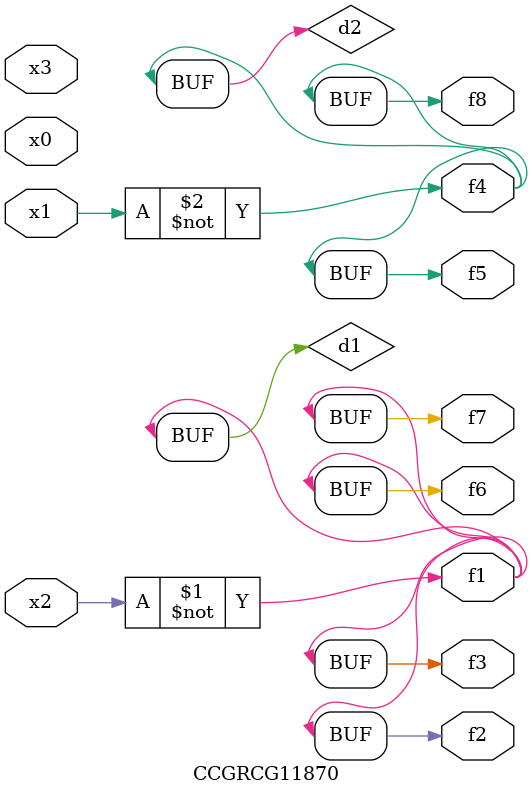
<source format=v>
module CCGRCG11870(
	input x0, x1, x2, x3,
	output f1, f2, f3, f4, f5, f6, f7, f8
);

	wire d1, d2;

	xnor (d1, x2);
	not (d2, x1);
	assign f1 = d1;
	assign f2 = d1;
	assign f3 = d1;
	assign f4 = d2;
	assign f5 = d2;
	assign f6 = d1;
	assign f7 = d1;
	assign f8 = d2;
endmodule

</source>
